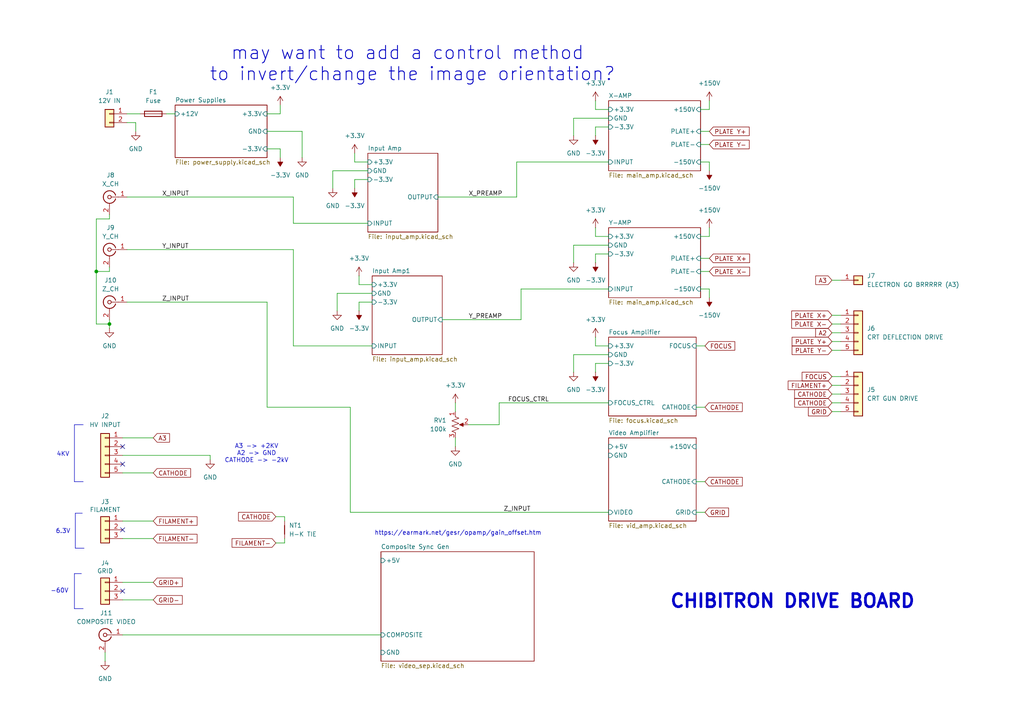
<source format=kicad_sch>
(kicad_sch (version 20250114) (generator "eeschema") (generator_version "9.0")
  (paper "A4")
  (lib_symbols
    (symbol "Connector:Conn_Coaxial" (pin_names (offset 1.016) (hide yes))
      (property "Reference" "J" (at 0.254 3.048 0))
      (property "Value" "Conn_Coaxial" (at 2.921 0 90))
      (symbol "Conn_Coaxial_0_1"
        (polyline (pts (xy -2.54 0) (xy -0.508 0)))
        (arc (start 1.778 0) (mid 0.222 -1.8079) (end -1.778 -0.508) (stroke (width 0.254)))
        (arc (start -1.778 0.508) (mid 0.2221 1.8084) (end 1.778 0) (stroke (width 0.254)))
        (circle (center 0 0) (radius 0.508) (stroke (width 0.2032)))
        (polyline (pts (xy 0 -2.54) (xy 0 -1.778)))
      )
      (symbol "Conn_Coaxial_1_1"
        (pin passive line (at -5.08 0 0) (length 2.54) (name "In") (number "1"))
        (pin passive line (at 0 -5.08 90) (length 2.54) (name "Ext") (number "2"))
      )
    )
    (symbol "Connector_Generic:Conn_01x01" (pin_names (offset 1.016) (hide yes))
      (property "Reference" "J" (at 0 2.54 0))
      (property "Value" "Conn_01x01" (at 0 -2.54 0))
      (symbol "Conn_01x01_1_1"
        (rectangle (start -1.27 1.27) (end 1.27 -1.27) (stroke (width 0.254)) (fill (type background)))
        (rectangle (start -1.27 0.127) (end 0 -0.127) (stroke (width 0.1524)))
        (pin passive line (at -5.08 0 0) (length 3.81) (name "Pin_1") (number "1"))
      )
    )
    (symbol "Connector_Generic:Conn_01x02" (pin_names (offset 1.016) (hide yes))
      (property "Reference" "J" (at 0 2.54 0))
      (property "Value" "Conn_01x02" (at 0 -5.08 0))
      (symbol "Conn_01x02_1_1"
        (rectangle (start -1.27 1.27) (end 1.27 -3.81) (stroke (width 0.254)) (fill (type background)))
        (rectangle (start -1.27 0.127) (end 0 -0.127) (stroke (width 0.1524)))
        (rectangle (start -1.27 -2.413) (end 0 -2.667) (stroke (width 0.1524)))
        (pin passive line (at -5.08 0 0) (length 3.81) (name "Pin_1") (number "1"))
        (pin passive line (at -5.08 -2.54 0) (length 3.81) (name "Pin_2") (number "2"))
      )
    )
    (symbol "Connector_Generic:Conn_01x03" (pin_names (offset 1.016) (hide yes))
      (property "Reference" "J" (at 0 5.08 0))
      (property "Value" "Conn_01x03" (at 0 -5.08 0))
      (symbol "Conn_01x03_1_1"
        (rectangle (start -1.27 3.81) (end 1.27 -3.81) (stroke (width 0.254)) (fill (type background)))
        (rectangle (start -1.27 2.667) (end 0 2.413) (stroke (width 0.1524)))
        (rectangle (start -1.27 0.127) (end 0 -0.127) (stroke (width 0.1524)))
        (rectangle (start -1.27 -2.413) (end 0 -2.667) (stroke (width 0.1524)))
        (pin passive line (at -5.08 2.54 0) (length 3.81) (name "Pin_1") (number "1"))
        (pin passive line (at -5.08 0 0) (length 3.81) (name "Pin_2") (number "2"))
        (pin passive line (at -5.08 -2.54 0) (length 3.81) (name "Pin_3") (number "3"))
      )
    )
    (symbol "Connector_Generic:Conn_01x05" (pin_names (offset 1.016) (hide yes))
      (property "Reference" "J" (at 0 7.62 0))
      (property "Value" "Conn_01x05" (at 0 -7.62 0))
      (symbol "Conn_01x05_1_1"
        (rectangle (start -1.27 6.35) (end 1.27 -6.35) (stroke (width 0.254)) (fill (type background)))
        (rectangle (start -1.27 5.207) (end 0 4.953) (stroke (width 0.1524)))
        (rectangle (start -1.27 2.667) (end 0 2.413) (stroke (width 0.1524)))
        (rectangle (start -1.27 0.127) (end 0 -0.127) (stroke (width 0.1524)))
        (rectangle (start -1.27 -2.413) (end 0 -2.667) (stroke (width 0.1524)))
        (rectangle (start -1.27 -4.953) (end 0 -5.207) (stroke (width 0.1524)))
        (pin passive line (at -5.08 5.08 0) (length 3.81) (name "Pin_1") (number "1"))
        (pin passive line (at -5.08 2.54 0) (length 3.81) (name "Pin_2") (number "2"))
        (pin passive line (at -5.08 0 0) (length 3.81) (name "Pin_3") (number "3"))
        (pin passive line (at -5.08 -2.54 0) (length 3.81) (name "Pin_4") (number "4"))
        (pin passive line (at -5.08 -5.08 0) (length 3.81) (name "Pin_5") (number "5"))
      )
    )
    (symbol "Device:Fuse" (pin_numbers (hide yes)) (pin_names (offset 0))
      (property "Reference" "F" (at 2.032 0 90))
      (property "Value" "Fuse" (at -1.905 0 90))
      (symbol "Fuse_0_1"
        (rectangle (start -0.762 -2.54) (end 0.762 2.54) (stroke (width 0.254)))
        (polyline (pts (xy 0 2.54) (xy 0 -2.54)))
      )
      (symbol "Fuse_1_1"
        (pin passive line (at 0 3.81 270) (length 1.27) (name "~") (number "1"))
        (pin passive line (at 0 -3.81 90) (length 1.27) (name "~") (number "2"))
      )
    )
    (symbol "Device:NetTie_2" (pin_numbers (hide yes)) (pin_names (offset 0) (hide yes)) (in_bom no)
      (property "Reference" "NT" (at 0 1.27 0))
      (property "Value" "NetTie_2" (at 0 -1.27 0))
      (symbol "NetTie_2_0_1"
        (polyline (pts (xy -1.27 0) (xy 1.27 0)) (stroke (width 0.254)))
      )
      (symbol "NetTie_2_1_1"
        (pin passive line (at -2.54 0 0) (length 2.54) (name "1") (number "1"))
        (pin passive line (at 2.54 0 180) (length 2.54) (name "2") (number "2"))
      )
    )
    (symbol "Device:R_Potentiometer_US" (pin_names (offset 1.016) (hide yes))
      (property "Reference" "RV" (at -4.445 0 90))
      (property "Value" "R_Potentiometer_US" (at -2.54 0 90))
      (symbol "R_Potentiometer_US_0_1"
        (polyline (pts (xy 0 2.54) (xy 0 2.286)))
        (polyline (pts (xy 0 2.286) (xy 1.016 1.905) (xy 0 1.524) (xy -1.016 1.143) (xy 0 0.762)))
        (polyline (pts (xy 0 0.762) (xy 1.016 0.381) (xy 0 0) (xy -1.016 -0.381) (xy 0 -0.762)))
        (polyline (pts (xy 0 -0.762) (xy 1.016 -1.143) (xy 0 -1.524) (xy -1.016 -1.905) (xy 0 -2.286)))
        (polyline (pts (xy 0 -2.286) (xy 0 -2.54)))
        (polyline (pts (xy 1.143 0) (xy 2.286 0.508) (xy 2.286 -0.508) (xy 1.143 0)) (fill (type outline)))
        (polyline (pts (xy 2.54 0) (xy 1.524 0)))
      )
      (symbol "R_Potentiometer_US_1_1"
        (pin passive line (at 0 3.81 270) (length 1.27) (name "1") (number "1"))
        (pin passive line (at 0 -3.81 90) (length 1.27) (name "3") (number "3"))
        (pin passive line (at 3.81 0 180) (length 1.27) (name "2") (number "2"))
      )
    )
    (symbol "power:+3.3V" (power) (pin_numbers (hide yes)) (pin_names (offset 0) (hide yes))
      (property "Value" "+3.3V" (at 0 3.556 0))
      (symbol "+3.3V_0_1"
        (polyline (pts (xy -0.762 1.27) (xy 0 2.54)))
        (polyline (pts (xy 0 2.54) (xy 0.762 1.27)))
        (polyline (pts (xy 0 0) (xy 0 2.54)))
      )
      (symbol "+3.3V_1_1"
        (pin power_in line (at 0 0 90) (length 0) (name "~") (number "1"))
      )
    )
    (symbol "power:+48V" (power) (pin_numbers (hide yes)) (pin_names (offset 0) (hide yes))
      (property "Value" "+48V" (at 0 3.556 0))
      (symbol "+48V_0_1"
        (polyline (pts (xy -0.762 1.27) (xy 0 2.54)))
        (polyline (pts (xy 0 2.54) (xy 0.762 1.27)))
        (polyline (pts (xy 0 0) (xy 0 2.54)))
      )
      (symbol "+48V_1_1"
        (pin power_in line (at 0 0 90) (length 0) (name "~") (number "1"))
      )
    )
    (symbol "power:-3V3" (power) (pin_numbers (hide yes)) (pin_names (offset 0) (hide yes))
      (property "Value" "-3V3" (at 0 3.556 0))
      (symbol "-3V3_0_0"
        (pin power_in line (at 0 0 90) (length 0) (name "~") (number "1"))
      )
      (symbol "-3V3_0_1"
        (polyline (pts (xy 0 0) (xy 0 1.27) (xy 0.762 1.27) (xy 0 2.54) (xy -0.762 1.27) (xy 0 1.27)) (fill (type outline)))
      )
    )
    (symbol "power:-48V" (power) (pin_numbers (hide yes)) (pin_names (offset 0) (hide yes))
      (property "Value" "-48V" (at 0 3.556 0))
      (symbol "-48V_0_0"
        (pin power_in line (at 0 0 90) (length 0) (name "~") (number "1"))
      )
      (symbol "-48V_0_1"
        (polyline (pts (xy 0 0) (xy 0 1.27) (xy 0.762 1.27) (xy 0 2.54) (xy -0.762 1.27) (xy 0 1.27)) (fill (type outline)))
      )
    )
    (symbol "power:GND" (power) (pin_numbers (hide yes)) (pin_names (offset 0) (hide yes))
      (property "Value" "GND" (at 0 -3.81 0))
      (symbol "GND_0_1"
        (polyline (pts (xy 0 0) (xy 0 -1.27) (xy 1.27 -1.27) (xy 0 -2.54) (xy -1.27 -1.27) (xy 0 -1.27)))
      )
      (symbol "GND_1_1"
        (pin power_in line (at 0 0 270) (length 0) (name "~") (number "1"))
      )
    )
  )
  (text "A3 -> +2KV\nA2 -> GND\nCATHODE -> -2kV" (at 74.422 131.572 0) (effects (font (size 1.27 1.27))))
  (text "CHIBITRON DRIVE BOARD" (at 229.87 174.498 0) (effects (font (size 3.81 3.81) (thickness 0.762) (bold yes))))
  (text "4KV" (at 18.288 131.826 0) (effects (font (size 1.27 1.27))))
  (text "6.3V" (at 18.288 154.178 0) (effects (font (size 1.27 1.27))))
  (text "https://earmark.net/gesr/opamp/gain_offset.htm" (at 132.842 154.686 0) (effects (font (size 1.27 1.27))))
  (text "may want to add a control method \nto invert/change the image orientation?" (at 119.634 18.542 0) (effects (font (size 3.81 3.81) (thickness 0.254) (bold yes))))
  (text "-60V" (at 17.272 171.45 0) (effects (font (size 1.27 1.27))))
  (junction (at 31.75 93.98))
  (junction (at 27.94 78.74))
  (no_connect (at 35.56 171.45))
  (no_connect (at 35.56 153.67))
  (no_connect (at 35.56 134.62))
  (no_connect (at 35.56 129.54))
  (wire (pts (xy 241.3 119.38) (xy 243.84 119.38)))
  (wire (pts (xy 201.93 118.11) (xy 204.47 118.11)))
  (wire (pts (xy 39.37 35.56) (xy 36.83 35.56)))
  (polyline (pts (xy 21.844 159.004) (xy 24.384 159.004)))
  (polyline (pts (xy 24.13 123.19) (xy 21.59 123.19)))
  (wire (pts (xy 31.75 95.25) (xy 31.75 93.98)))
  (wire (pts (xy 203.2 68.58) (xy 205.74 68.58)))
  (wire (pts (xy 36.83 87.63) (xy 77.47 87.63)))
  (wire (pts (xy 36.83 57.15) (xy 85.09 57.15)))
  (wire (pts (xy 201.93 148.59) (xy 204.47 148.59)))
  (polyline (pts (xy 23.622 166.37) (xy 21.59 166.37)))
  (wire (pts (xy 77.47 43.18) (xy 81.28 43.18)))
  (wire (pts (xy 31.75 62.23) (xy 31.75 63.5)))
  (wire (pts (xy 81.28 33.02) (xy 77.47 33.02)))
  (wire (pts (xy 149.86 46.99) (xy 176.53 46.99)))
  (wire (pts (xy 176.53 83.82) (xy 151.13 83.82)))
  (wire (pts (xy 172.72 36.83) (xy 172.72 39.37)))
  (wire (pts (xy 128.27 92.71) (xy 151.13 92.71)))
  (wire (pts (xy 106.68 52.07) (xy 102.87 52.07)))
  (wire (pts (xy 201.93 139.7) (xy 204.47 139.7)))
  (wire (pts (xy 104.14 82.55) (xy 107.95 82.55)))
  (wire (pts (xy 80.01 157.48) (xy 82.55 157.48)))
  (wire (pts (xy 203.2 31.75) (xy 205.74 31.75)))
  (wire (pts (xy 241.3 99.06) (xy 243.84 99.06)))
  (wire (pts (xy 97.79 85.09) (xy 97.79 90.17)))
  (wire (pts (xy 102.87 52.07) (xy 102.87 54.61)))
  (wire (pts (xy 87.63 38.1) (xy 87.63 45.72)))
  (wire (pts (xy 85.09 64.77) (xy 106.68 64.77)))
  (wire (pts (xy 241.3 91.44) (xy 243.84 91.44)))
  (wire (pts (xy 205.74 29.21) (xy 205.74 31.75)))
  (wire (pts (xy 101.6 118.11) (xy 101.6 148.59)))
  (wire (pts (xy 241.3 109.22) (xy 243.84 109.22)))
  (wire (pts (xy 60.96 132.08) (xy 60.96 133.35)))
  (wire (pts (xy 172.72 68.58) (xy 172.72 66.04)))
  (wire (pts (xy 176.53 73.66) (xy 172.72 73.66)))
  (wire (pts (xy 149.86 57.15) (xy 149.86 46.99)))
  (polyline (pts (xy 21.59 166.37) (xy 21.59 176.53)))
  (wire (pts (xy 36.83 33.02) (xy 40.64 33.02)))
  (wire (pts (xy 101.6 148.59) (xy 176.53 148.59)))
  (wire (pts (xy 166.37 34.29) (xy 166.37 39.37)))
  (wire (pts (xy 176.53 36.83) (xy 172.72 36.83)))
  (wire (pts (xy 31.75 63.5) (xy 27.94 63.5)))
  (wire (pts (xy 80.01 149.86) (xy 82.55 149.86)))
  (wire (pts (xy 176.53 102.87) (xy 166.37 102.87)))
  (wire (pts (xy 85.09 72.39) (xy 85.09 100.33)))
  (polyline (pts (xy 21.844 148.844) (xy 21.844 159.004)))
  (wire (pts (xy 203.2 46.99) (xy 205.74 46.99)))
  (wire (pts (xy 172.72 73.66) (xy 172.72 76.2)))
  (wire (pts (xy 205.74 78.74) (xy 203.2 78.74)))
  (wire (pts (xy 107.95 85.09) (xy 97.79 85.09)))
  (wire (pts (xy 241.3 81.28) (xy 243.84 81.28)))
  (wire (pts (xy 151.13 92.71) (xy 151.13 83.82)))
  (wire (pts (xy 36.83 72.39) (xy 85.09 72.39)))
  (wire (pts (xy 201.93 100.33) (xy 204.47 100.33)))
  (wire (pts (xy 35.56 168.91) (xy 44.45 168.91)))
  (wire (pts (xy 27.94 78.74) (xy 27.94 93.98)))
  (wire (pts (xy 176.53 34.29) (xy 166.37 34.29)))
  (polyline (pts (xy 21.59 176.53) (xy 24.13 176.53)))
  (wire (pts (xy 241.3 114.3) (xy 243.84 114.3)))
  (wire (pts (xy 241.3 93.98) (xy 243.84 93.98)))
  (wire (pts (xy 172.72 100.33) (xy 172.72 97.79)))
  (wire (pts (xy 96.52 49.53) (xy 96.52 54.61)))
  (wire (pts (xy 166.37 102.87) (xy 166.37 107.95)))
  (wire (pts (xy 35.56 137.16) (xy 44.45 137.16)))
  (wire (pts (xy 102.87 46.99) (xy 102.87 44.45)))
  (wire (pts (xy 172.72 31.75) (xy 172.72 29.21)))
  (wire (pts (xy 107.95 87.63) (xy 104.14 87.63)))
  (wire (pts (xy 203.2 41.91) (xy 205.74 41.91)))
  (wire (pts (xy 203.2 83.82) (xy 205.74 83.82)))
  (wire (pts (xy 35.56 156.21) (xy 44.45 156.21)))
  (wire (pts (xy 82.55 149.86) (xy 82.55 151.13)))
  (wire (pts (xy 85.09 57.15) (xy 85.09 64.77)))
  (wire (pts (xy 166.37 71.12) (xy 166.37 76.2)))
  (wire (pts (xy 85.09 100.33) (xy 107.95 100.33)))
  (wire (pts (xy 27.94 78.74) (xy 31.75 78.74)))
  (wire (pts (xy 241.3 116.84) (xy 243.84 116.84)))
  (wire (pts (xy 241.3 111.76) (xy 243.84 111.76)))
  (wire (pts (xy 205.74 66.04) (xy 205.74 68.58)))
  (polyline (pts (xy 21.59 123.19) (xy 21.59 139.7)))
  (wire (pts (xy 203.2 38.1) (xy 205.74 38.1)))
  (wire (pts (xy 30.48 189.23) (xy 30.48 191.77)))
  (wire (pts (xy 27.94 93.98) (xy 31.75 93.98)))
  (wire (pts (xy 176.53 105.41) (xy 172.72 105.41)))
  (wire (pts (xy 35.56 184.15) (xy 110.49 184.15)))
  (wire (pts (xy 132.08 116.84) (xy 132.08 119.38)))
  (wire (pts (xy 104.14 82.55) (xy 104.14 80.01)))
  (wire (pts (xy 172.72 100.33) (xy 176.53 100.33)))
  (wire (pts (xy 35.56 173.99) (xy 44.45 173.99)))
  (wire (pts (xy 176.53 71.12) (xy 166.37 71.12)))
  (wire (pts (xy 102.87 46.99) (xy 106.68 46.99)))
  (wire (pts (xy 35.56 151.13) (xy 44.45 151.13)))
  (wire (pts (xy 172.72 105.41) (xy 172.72 107.95)))
  (wire (pts (xy 82.55 157.48) (xy 82.55 156.21)))
  (wire (pts (xy 172.72 31.75) (xy 176.53 31.75)))
  (wire (pts (xy 127 57.15) (xy 149.86 57.15)))
  (wire (pts (xy 132.08 127) (xy 132.08 129.54)))
  (wire (pts (xy 144.78 116.84) (xy 176.53 116.84)))
  (wire (pts (xy 35.56 127) (xy 44.45 127)))
  (wire (pts (xy 205.74 46.99) (xy 205.74 49.53)))
  (polyline (pts (xy 21.59 139.7) (xy 24.13 139.7)))
  (wire (pts (xy 27.94 63.5) (xy 27.94 78.74)))
  (wire (pts (xy 205.74 74.93) (xy 203.2 74.93)))
  (wire (pts (xy 104.14 87.63) (xy 104.14 90.17)))
  (polyline (pts (xy 23.876 148.844) (xy 21.844 148.844)))
  (wire (pts (xy 172.72 68.58) (xy 176.53 68.58)))
  (wire (pts (xy 77.47 87.63) (xy 77.47 118.11)))
  (wire (pts (xy 31.75 92.71) (xy 31.75 93.98)))
  (wire (pts (xy 48.26 33.02) (xy 50.8 33.02)))
  (wire (pts (xy 106.68 49.53) (xy 96.52 49.53)))
  (wire (pts (xy 135.89 123.19) (xy 144.78 123.19)))
  (wire (pts (xy 81.28 43.18) (xy 81.28 45.72)))
  (wire (pts (xy 77.47 38.1) (xy 87.63 38.1)))
  (wire (pts (xy 205.74 83.82) (xy 205.74 86.36)))
  (wire (pts (xy 241.3 101.6) (xy 243.84 101.6)))
  (wire (pts (xy 39.37 35.56) (xy 39.37 38.1)))
  (wire (pts (xy 144.78 123.19) (xy 144.78 116.84)))
  (wire (pts (xy 35.56 132.08) (xy 60.96 132.08)))
  (wire (pts (xy 77.47 118.11) (xy 101.6 118.11)))
  (wire (pts (xy 241.3 96.52) (xy 243.84 96.52)))
  (wire (pts (xy 31.75 77.47) (xy 31.75 78.74)))
  (wire (pts (xy 81.28 33.02) (xy 81.28 30.48)))
  (label "Y_INPUT" (at 46.99 72.39 0))
  (label "FOCUS_CTRL" (at 147.32 116.84 0))
  (label "Z_INPUT" (at 46.99 87.63 0))
  (label "Z_INPUT" (at 146.05 148.59 0))
  (label "Y_PREAMP" (at 135.89 92.71 0))
  (label "X_INPUT" (at 46.99 57.15 0))
  (label "X_PREAMP" (at 135.89 57.15 0))
  (global_label "GRID" (shape input) (at 204.47 148.59 0) (effects (font (thickness 0.1588))) (property "Intersheetrefs" "${INTERSHEET_REFS}" (effects (hide yes))))
  (global_label "PLATE Y+" (shape input) (at 241.3 99.06 180) (effects (font (thickness 0.1588))) (property "Intersheetrefs" "${INTERSHEET_REFS}" (effects (hide yes))))
  (global_label "FILAMENT-" (shape input) (at 80.01 157.48 180) (property "Intersheetrefs" "${INTERSHEET_REFS}" (effects (hide yes))))
  (global_label "CATHODE" (shape input) (at 44.45 137.16 0) (property "Intersheetrefs" "${INTERSHEET_REFS}" (effects (hide yes))))
  (global_label "FOCUS" (shape input) (at 204.47 100.33 0) (effects (font (thickness 0.1588))) (property "Intersheetrefs" "${INTERSHEET_REFS}" (effects (hide yes))))
  (global_label "CATHODE" (shape input) (at 241.3 116.84 180) (property "Intersheetrefs" "${INTERSHEET_REFS}" (effects (hide yes))))
  (global_label "A2" (shape input) (at 241.3 96.52 180) (effects (font (thickness 0.1588))) (property "Intersheetrefs" "${INTERSHEET_REFS}" (effects (hide yes))))
  (global_label "A3" (shape input) (at 241.3 81.28 180) (property "Intersheetrefs" "${INTERSHEET_REFS}" (effects (hide yes))))
  (global_label "A3" (shape input) (at 44.45 127 0) (property "Intersheetrefs" "${INTERSHEET_REFS}" (effects (hide yes))))
  (global_label "PLATE Y-" (shape input) (at 241.3 101.6 180) (effects (font (thickness 0.1588))) (property "Intersheetrefs" "${INTERSHEET_REFS}" (effects (hide yes))))
  (global_label "CATHODE" (shape input) (at 241.3 114.3 180) (property "Intersheetrefs" "${INTERSHEET_REFS}" (effects (hide yes))))
  (global_label "PLATE X+" (shape input) (at 205.74 74.93 0) (effects (font (thickness 0.1588))) (property "Intersheetrefs" "${INTERSHEET_REFS}" (effects (hide yes))))
  (global_label "CATHODE" (shape input) (at 204.47 139.7 0) (property "Intersheetrefs" "${INTERSHEET_REFS}" (effects (hide yes))))
  (global_label "FILAMENT+" (shape input) (at 44.45 151.13 0) (property "Intersheetrefs" "${INTERSHEET_REFS}" (effects (hide yes))))
  (global_label "FOCUS" (shape input) (at 241.3 109.22 180) (effects (font (thickness 0.1588))) (property "Intersheetrefs" "${INTERSHEET_REFS}" (effects (hide yes))))
  (global_label "GRID-" (shape input) (at 44.45 173.99 0) (property "Intersheetrefs" "${INTERSHEET_REFS}" (effects (hide yes))))
  (global_label "PLATE Y-" (shape input) (at 205.74 41.91 0) (effects (font (thickness 0.1588))) (property "Intersheetrefs" "${INTERSHEET_REFS}" (effects (hide yes))))
  (global_label "FILAMENT+" (shape input) (at 241.3 111.76 180) (property "Intersheetrefs" "${INTERSHEET_REFS}" (effects (hide yes))))
  (global_label "GRID" (shape input) (at 241.3 119.38 180) (effects (font (thickness 0.1588))) (property "Intersheetrefs" "${INTERSHEET_REFS}" (effects (hide yes))))
  (global_label "CATHODE" (shape input) (at 204.47 118.11 0) (property "Intersheetrefs" "${INTERSHEET_REFS}" (effects (hide yes))))
  (global_label "PLATE Y+" (shape input) (at 205.74 38.1 0) (effects (font (thickness 0.1588))) (property "Intersheetrefs" "${INTERSHEET_REFS}" (effects (hide yes))))
  (global_label "GRID+" (shape input) (at 44.45 168.91 0) (property "Intersheetrefs" "${INTERSHEET_REFS}" (effects (hide yes))))
  (global_label "PLATE X-" (shape input) (at 241.3 93.98 180) (effects (font (thickness 0.1588))) (property "Intersheetrefs" "${INTERSHEET_REFS}" (effects (hide yes))))
  (global_label "FILAMENT-" (shape input) (at 44.45 156.21 0) (property "Intersheetrefs" "${INTERSHEET_REFS}" (effects (hide yes))))
  (global_label "CATHODE" (shape input) (at 80.01 149.86 180) (property "Intersheetrefs" "${INTERSHEET_REFS}" (effects (hide yes))))
  (global_label "PLATE X-" (shape input) (at 205.74 78.74 0) (effects (font (thickness 0.1588))) (property "Intersheetrefs" "${INTERSHEET_REFS}" (effects (hide yes))))
  (global_label "PLATE X+" (shape input) (at 241.3 91.44 180) (effects (font (thickness 0.1588))) (property "Intersheetrefs" "${INTERSHEET_REFS}" (effects (hide yes))))
  (symbol (lib_id "power:GND") (at 39.37 38.1 0) (mirror y) (unit 1)
    (property "Reference" "#PWR015" (effects (hide yes)))
    (property "Value" "GND" (at 39.37 43.18 0))
    (property "Description" "Power symbol creates a global label with name \"GND\" , ground" (effects (hide yes)))
  )
  (symbol (lib_id "power:+3.3V") (at 172.72 97.79 0) (unit 1)
    (property "Reference" "#PWR017" (effects (hide yes)))
    (property "Value" "+3.3V" (at 172.72 92.71 0))
    (property "Description" "Power symbol creates a global label with name \"+3.3V\"" (effects (hide yes)))
  )
  (symbol (lib_id "power:GND") (at 132.08 129.54 0) (unit 1)
    (property "Reference" "#PWR027" (effects (hide yes)))
    (property "Value" "GND" (at 132.08 134.62 0))
    (property "Description" "Power symbol creates a global label with name \"GND\" , ground" (effects (hide yes)))
  )
  (symbol (lib_id "Connector:Conn_Coaxial") (at 31.75 87.63 0) (mirror y) (unit 1)
    (property "Reference" "J10" (at 32.0674 81.28 0))
    (property "Value" "Z_CH" (at 32.0674 83.82 0))
    (property "Description" "coaxial connector (BNC, SMA, SMB, SMC, Cinch/RCA, LEMO, ...)" (effects (hide yes)))
  )
  (symbol (lib_id "power:GND") (at 166.37 76.2 0) (unit 1)
    (property "Reference" "#PWR09" (effects (hide yes)))
    (property "Value" "GND" (at 166.37 81.28 0))
    (property "Description" "Power symbol creates a global label with name \"GND\" , ground" (effects (hide yes)))
  )
  (symbol (lib_id "power:GND") (at 166.37 107.95 0) (unit 1)
    (property "Reference" "#PWR016" (effects (hide yes)))
    (property "Value" "GND" (at 166.37 113.03 0))
    (property "Description" "Power symbol creates a global label with name \"GND\" , ground" (effects (hide yes)))
  )
  (symbol (lib_id "power:-48V") (at 205.74 86.36 180) (unit 1)
    (property "Reference" "#PWR05" (effects (hide yes)))
    (property "Value" "-150V" (at 205.74 91.44 0))
    (property "Description" "Power symbol creates a global label with name \"-48V\"" (effects (hide yes)))
  )
  (symbol (lib_id "power:+3.3V") (at 172.72 66.04 0) (unit 1)
    (property "Reference" "#PWR010" (effects (hide yes)))
    (property "Value" "+3.3V" (at 172.72 60.96 0))
    (property "Description" "Power symbol creates a global label with name \"+3.3V\"" (effects (hide yes)))
  )
  (symbol (lib_id "Connector:Conn_Coaxial") (at 31.75 57.15 0) (mirror y) (unit 1)
    (property "Reference" "J8" (at 32.0674 50.8 0))
    (property "Value" "X_CH" (at 32.0674 53.34 0))
    (property "Description" "coaxial connector (BNC, SMA, SMB, SMC, Cinch/RCA, LEMO, ...)" (effects (hide yes)))
  )
  (symbol (lib_id "power:-48V") (at 205.74 49.53 180) (unit 1)
    (property "Reference" "#PWR04" (effects (hide yes)))
    (property "Value" "-150V" (at 205.74 54.61 0))
    (property "Description" "Power symbol creates a global label with name \"-48V\"" (effects (hide yes)))
  )
  (symbol (lib_id "power:+3.3V") (at 132.08 116.84 0) (unit 1)
    (property "Reference" "#PWR026" (effects (hide yes)))
    (property "Value" "+3.3V" (at 132.08 111.76 0))
    (property "Description" "Power symbol creates a global label with name \"+3.3V\"" (effects (hide yes)))
  )
  (symbol (lib_id "Connector_Generic:Conn_01x03") (at 30.48 153.67 0) (mirror y) (unit 1)
    (property "Reference" "J3" (at 30.48 145.542 0))
    (property "Value" "FILAMENT" (at 30.48 147.828 0))
    (property "Description" "Generic connector, single row, 01x03, script generated (kicad-library-utils/schlib/autogen/connector/)" (effects (hide yes)))
  )
  (symbol (lib_id "power:-3V3") (at 102.87 54.61 180) (unit 1)
    (property "Reference" "#PWR022" (effects (hide yes)))
    (property "Value" "-3.3V" (at 102.87 59.69 0))
    (property "Description" "Power symbol creates a global label with name \"-3V3\"" (effects (hide yes)))
  )
  (symbol (lib_id "Device:NetTie_2") (at 82.55 153.67 90) (unit 1) (in_bom no)
    (property "Reference" "NT1" (at 83.82 152.3999 90) (effects (justify right)))
    (property "Value" "H-K TIE" (at 83.82 154.9399 90) (effects (justify right)))
    (property "Description" "Net tie, 2 pins" (effects (hide yes)))
  )
  (symbol (lib_id "power:+3.3V") (at 104.14 80.01 0) (unit 1)
    (property "Reference" "#PWR024" (effects (hide yes)))
    (property "Value" "+3.3V" (at 104.14 74.93 0))
    (property "Description" "Power symbol creates a global label with name \"+3.3V\"" (effects (hide yes)))
  )
  (symbol (lib_id "power:-3V3") (at 104.14 90.17 180) (unit 1)
    (property "Reference" "#PWR025" (effects (hide yes)))
    (property "Value" "-3.3V" (at 104.14 95.25 0))
    (property "Description" "Power symbol creates a global label with name \"-3V3\"" (effects (hide yes)))
  )
  (symbol (lib_id "power:GND") (at 96.52 54.61 0) (unit 1)
    (property "Reference" "#PWR020" (effects (hide yes)))
    (property "Value" "GND" (at 96.52 59.69 0))
    (property "Description" "Power symbol creates a global label with name \"GND\" , ground" (effects (hide yes)))
  )
  (symbol (lib_id "Connector_Generic:Conn_01x05") (at 30.48 132.08 0) (mirror y) (unit 1)
    (property "Reference" "J2" (at 30.48 120.65 0))
    (property "Value" "HV INPUT" (at 30.48 123.19 0))
    (property "Description" "Generic connector, single row, 01x05, script generated (kicad-library-utils/schlib/autogen/connector/)" (effects (hide yes)))
  )
  (symbol (lib_id "power:-3V3") (at 172.72 107.95 180) (unit 1)
    (property "Reference" "#PWR018" (effects (hide yes)))
    (property "Value" "-3.3V" (at 172.72 113.03 0))
    (property "Description" "Power symbol creates a global label with name \"-3V3\"" (effects (hide yes)))
  )
  (symbol (lib_id "Connector:Conn_Coaxial") (at 30.48 184.15 0) (mirror y) (unit 1)
    (property "Reference" "J11" (at 30.7974 177.8 0))
    (property "Value" "COMPOSITE VIDEO" (at 30.7974 180.34 0))
    (property "Description" "coaxial connector (BNC, SMA, SMB, SMC, Cinch/RCA, LEMO, ...)" (effects (hide yes)))
  )
  (symbol (lib_id "Connector_Generic:Conn_01x03") (at 30.48 171.45 0) (mirror y) (unit 1)
    (property "Reference" "J4" (at 30.48 163.322 0))
    (property "Value" "GRID" (at 30.48 165.608 0))
    (property "Description" "Generic connector, single row, 01x03, script generated (kicad-library-utils/schlib/autogen/connector/)" (effects (hide yes)))
  )
  (symbol (lib_id "Connector_Generic:Conn_01x02") (at 31.75 33.02 0) (mirror y) (unit 1)
    (property "Reference" "J1" (at 31.75 26.67 0))
    (property "Value" "12V IN" (at 31.75 29.21 0))
    (property "Description" "Generic connector, single row, 01x02, script generated (kicad-library-utils/schlib/autogen/connector/)" (effects (hide yes)))
  )
  (symbol (lib_id "power:+3.3V") (at 102.87 44.45 0) (unit 1)
    (property "Reference" "#PWR021" (effects (hide yes)))
    (property "Value" "+3.3V" (at 102.87 39.37 0))
    (property "Description" "Power symbol creates a global label with name \"+3.3V\"" (effects (hide yes)))
  )
  (symbol (lib_id "Connector_Generic:Conn_01x01") (at 248.92 81.28 0) (unit 1)
    (property "Reference" "J7" (at 251.46 80.0099 0) (effects (justify left)))
    (property "Value" "ELECTRON GO BRRRRR (A3)" (at 251.46 82.5499 0) (effects (justify left)))
    (property "Description" "Generic connector, single row, 01x01, script generated (kicad-library-utils/schlib/autogen/connector/)" (effects (hide yes)))
  )
  (symbol (lib_id "power:-3V3") (at 172.72 76.2 180) (unit 1)
    (property "Reference" "#PWR011" (effects (hide yes)))
    (property "Value" "-3.3V" (at 172.72 81.28 0))
    (property "Description" "Power symbol creates a global label with name \"-3V3\"" (effects (hide yes)))
  )
  (symbol (lib_id "Device:R_Potentiometer_US") (at 132.08 123.19 0) (unit 1)
    (property "Reference" "RV1" (at 129.54 121.9199 0) (effects (justify right)))
    (property "Value" "100k" (at 129.54 124.4599 0) (effects (justify right)))
    (property "Description" "Potentiometer, US symbol" (effects (hide yes)))
  )
  (symbol (lib_id "Connector:Conn_Coaxial") (at 31.75 72.39 0) (mirror y) (unit 1)
    (property "Reference" "J9" (at 32.0674 66.04 0))
    (property "Value" "Y_CH" (at 32.0674 68.58 0))
    (property "Description" "coaxial connector (BNC, SMA, SMB, SMC, Cinch/RCA, LEMO, ...)" (effects (hide yes)))
  )
  (symbol (lib_id "Device:Fuse") (at 44.45 33.02 90) (unit 1)
    (property "Reference" "F1" (at 44.45 26.67 90))
    (property "Value" "Fuse" (at 44.45 29.21 90))
    (property "Description" "Fuse" (effects (hide yes)))
  )
  (symbol (lib_id "power:GND") (at 87.63 45.72 0) (mirror y) (unit 1)
    (property "Reference" "#PWR012" (effects (hide yes)))
    (property "Value" "GND" (at 87.63 50.8 0))
    (property "Description" "Power symbol creates a global label with name \"GND\" , ground" (effects (hide yes)))
  )
  (symbol (lib_id "power:+3.3V") (at 172.72 29.21 0) (unit 1)
    (property "Reference" "#PWR06" (effects (hide yes)))
    (property "Value" "+3.3V" (at 172.72 24.13 0))
    (property "Description" "Power symbol creates a global label with name \"+3.3V\"" (effects (hide yes)))
  )
  (symbol (lib_id "power:GND") (at 97.79 90.17 0) (unit 1)
    (property "Reference" "#PWR023" (effects (hide yes)))
    (property "Value" "GND" (at 97.79 95.25 0))
    (property "Description" "Power symbol creates a global label with name \"GND\" , ground" (effects (hide yes)))
  )
  (symbol (lib_id "power:GND") (at 30.48 191.77 0) (unit 1)
    (property "Reference" "#PWR028" (effects (hide yes)))
    (property "Value" "GND" (at 30.48 196.85 0))
    (property "Description" "Power symbol creates a global label with name \"GND\" , ground" (effects (hide yes)))
  )
  (symbol (lib_id "Connector_Generic:Conn_01x05") (at 248.92 114.3 0) (unit 1)
    (property "Reference" "J5" (at 251.46 113.0299 0) (effects (justify left)))
    (property "Value" "CRT GUN DRIVE" (at 251.46 115.5699 0) (effects (justify left)))
    (property "Description" "Generic connector, single row, 01x05, script generated (kicad-library-utils/schlib/autogen/connector/)" (effects (hide yes)))
  )
  (symbol (lib_id "power:+3.3V") (at 81.28 30.48 0) (mirror y) (unit 1)
    (property "Reference" "#PWR013" (effects (hide yes)))
    (property "Value" "+3.3V" (at 81.28 25.4 0))
    (property "Description" "Power symbol creates a global label with name \"+3.3V\"" (effects (hide yes)))
  )
  (symbol (lib_id "power:-3V3") (at 172.72 39.37 180) (unit 1)
    (property "Reference" "#PWR07" (effects (hide yes)))
    (property "Value" "-3.3V" (at 172.72 44.45 0))
    (property "Description" "Power symbol creates a global label with name \"-3V3\"" (effects (hide yes)))
  )
  (symbol (lib_id "power:+48V") (at 205.74 66.04 0) (unit 1)
    (property "Reference" "#PWR03" (effects (hide yes)))
    (property "Value" "+150V" (at 205.74 60.96 0))
    (property "Description" "Power symbol creates a global label with name \"+48V\"" (effects (hide yes)))
  )
  (symbol (lib_id "power:GND") (at 166.37 39.37 0) (unit 1)
    (property "Reference" "#PWR08" (effects (hide yes)))
    (property "Value" "GND" (at 166.37 44.45 0))
    (property "Description" "Power symbol creates a global label with name \"GND\" , ground" (effects (hide yes)))
  )
  (symbol (lib_id "power:GND") (at 31.75 95.25 0) (unit 1)
    (property "Reference" "#PWR019" (effects (hide yes)))
    (property "Value" "GND" (at 31.75 100.33 0))
    (property "Description" "Power symbol creates a global label with name \"GND\" , ground" (effects (hide yes)))
  )
  (symbol (lib_id "Connector_Generic:Conn_01x05") (at 248.92 96.52 0) (unit 1)
    (property "Reference" "J6" (at 251.46 95.2499 0) (effects (justify left)))
    (property "Value" "CRT DEFLECTION DRIVE" (at 251.46 97.7899 0) (effects (justify left)))
    (property "Description" "Generic connector, single row, 01x05, script generated (kicad-library-utils/schlib/autogen/connector/)" (effects (hide yes)))
  )
  (symbol (lib_id "power:-3V3") (at 81.28 45.72 0) (mirror x) (unit 1)
    (property "Reference" "#PWR014" (effects (hide yes)))
    (property "Value" "-3.3V" (at 81.28 50.8 0))
    (property "Description" "Power symbol creates a global label with name \"-3V3\"" (effects (hide yes)))
  )
  (symbol (lib_id "power:GND") (at 60.96 133.35 0) (unit 1)
    (property "Reference" "#PWR01" (effects (hide yes)))
    (property "Value" "GND" (at 60.96 138.43 0))
    (property "Description" "Power symbol creates a global label with name \"GND\" , ground" (effects (hide yes)))
  )
  (symbol (lib_id "power:+48V") (at 205.74 29.21 0) (unit 1)
    (property "Reference" "#PWR02" (effects (hide yes)))
    (property "Value" "+150V" (at 205.74 24.13 0))
    (property "Description" "Power symbol creates a global label with name \"+48V\"" (effects (hide yes)))
  )
  (sheet (at 176.53 29.21) (size 26.67 20.32) (stroke (width 0.1524))
    (property "Sheetname" "X-AMP" (at 176.53 28.4984 0) (effects (justify left bottom)))
    (property "Sheetfile" "main_amp.kicad_sch" (at 176.53 50.1146 0) (effects (justify left top)))
    (pin "+3.3V" input (at 176.53 31.75 180))
    (pin "+150V" input (at 203.2 31.75 0))
    (pin "-3.3V" input (at 176.53 36.83 180))
    (pin "-150V" input (at 203.2 46.99 0))
    (pin "GND" input (at 176.53 34.29 180))
    (pin "INPUT" input (at 176.53 46.99 180))
    (pin "PLATE+" input (at 203.2 38.1 0))
    (pin "PLATE-" input (at 203.2 41.91 0))
  )
  (sheet (at 106.68 44.45) (size 20.32 22.86) (stroke (width 0.1524))
    (property "Sheetname" "Input Amp" (at 106.68 43.7384 0) (effects (justify left bottom)))
    (property "Sheetfile" "input_amp.kicad_sch" (at 106.68 67.8946 0) (effects (justify left top)))
    (pin "+3.3V" input (at 106.68 46.99 180))
    (pin "-3.3V" input (at 106.68 52.07 180))
    (pin "GND" input (at 106.68 49.53 180))
    (pin "INPUT" input (at 106.68 64.77 180))
    (pin "OUTPUT" input (at 127 57.15 0))
  )
  (sheet (at 107.95 80.01) (size 20.32 22.86) (stroke (width 0.1524))
    (property "Sheetname" "Input Amp1" (at 107.95 79.2984 0) (effects (justify left bottom)))
    (property "Sheetfile" "input_amp.kicad_sch" (at 107.95 103.4546 0) (effects (justify left top)))
    (pin "+3.3V" input (at 107.95 82.55 180))
    (pin "-3.3V" input (at 107.95 87.63 180))
    (pin "GND" input (at 107.95 85.09 180))
    (pin "INPUT" input (at 107.95 100.33 180))
    (pin "OUTPUT" input (at 128.27 92.71 0))
  )
  (sheet (at 176.53 127) (size 25.4 24.13) (stroke (width 0.1524))
    (property "Sheetname" "Video Amplifier" (at 176.53 126.2884 0) (effects (justify left bottom)))
    (property "Sheetfile" "vid_amp.kicad_sch" (at 176.53 151.7146 0) (effects (justify left top)))
    (pin "+5V" input (at 176.53 129.54 180))
    (pin "+150V" input (at 201.93 129.54 0))
    (pin "CATHODE" input (at 201.93 139.7 0))
    (pin "GND" input (at 176.53 132.08 180))
    (pin "GRID" input (at 201.93 148.59 0))
    (pin "VIDEO" input (at 176.53 148.59 180))
  )
  (sheet (at 176.53 66.04) (size 26.67 20.32) (stroke (width 0.1524))
    (property "Sheetname" "Y-AMP" (at 176.53 65.3284 0) (effects (justify left bottom)))
    (property "Sheetfile" "main_amp.kicad_sch" (at 176.53 86.9446 0) (effects (justify left top)))
    (pin "+3.3V" input (at 176.53 68.58 180))
    (pin "+150V" input (at 203.2 68.58 0))
    (pin "-3.3V" input (at 176.53 73.66 180))
    (pin "-150V" input (at 203.2 83.82 0))
    (pin "GND" input (at 176.53 71.12 180))
    (pin "INPUT" input (at 176.53 83.82 180))
    (pin "PLATE+" input (at 203.2 74.93 0))
    (pin "PLATE-" input (at 203.2 78.74 0))
  )
  (sheet (at 50.8 30.48) (size 26.67 15.24) (stroke (width 0.1524))
    (property "Sheetname" "Power Supplies" (at 50.8 29.7684 0) (effects (justify left bottom)))
    (property "Sheetfile" "power_supply.kicad_sch" (at 50.8 46.3046 0) (effects (justify left top)))
    (pin "+3.3V" input (at 77.47 33.02 0))
    (pin "+12V" input (at 50.8 33.02 180))
    (pin "-3.3V" input (at 77.47 43.18 0))
    (pin "GND" input (at 77.47 38.1 0))
  )
  (sheet (at 110.49 160.02) (size 44.45 31.75) (stroke (width 0.1524))
    (property "Sheetname" "Composite Sync Gen" (at 110.49 159.3084 0) (effects (justify left bottom)))
    (property "Sheetfile" "video_sep.kicad_sch" (at 110.49 192.3546 0) (effects (justify left top)))
    (pin "+5V" input (at 110.49 162.56 180))
    (pin "COMPOSITE" input (at 110.49 184.15 180))
    (pin "GND" input (at 110.49 189.23 180))
  )
  (sheet (at 176.53 97.79) (size 25.4 22.86) (stroke (width 0.1524))
    (property "Sheetname" "Focus Amplifier" (at 176.53 97.0784 0) (effects (justify left bottom)))
    (property "Sheetfile" "focus.kicad_sch" (at 176.53 121.2346 0) (effects (justify left top)))
    (pin "+3.3V" input (at 176.53 100.33 180))
    (pin "-3.3V" input (at 176.53 105.41 180))
    (pin "CATHODE" input (at 201.93 118.11 0))
    (pin "FOCUS" input (at 201.93 100.33 0))
    (pin "FOCUS_CTRL" input (at 176.53 116.84 180))
    (pin "GND" input (at 176.53 102.87 180))
  )
)
</source>
